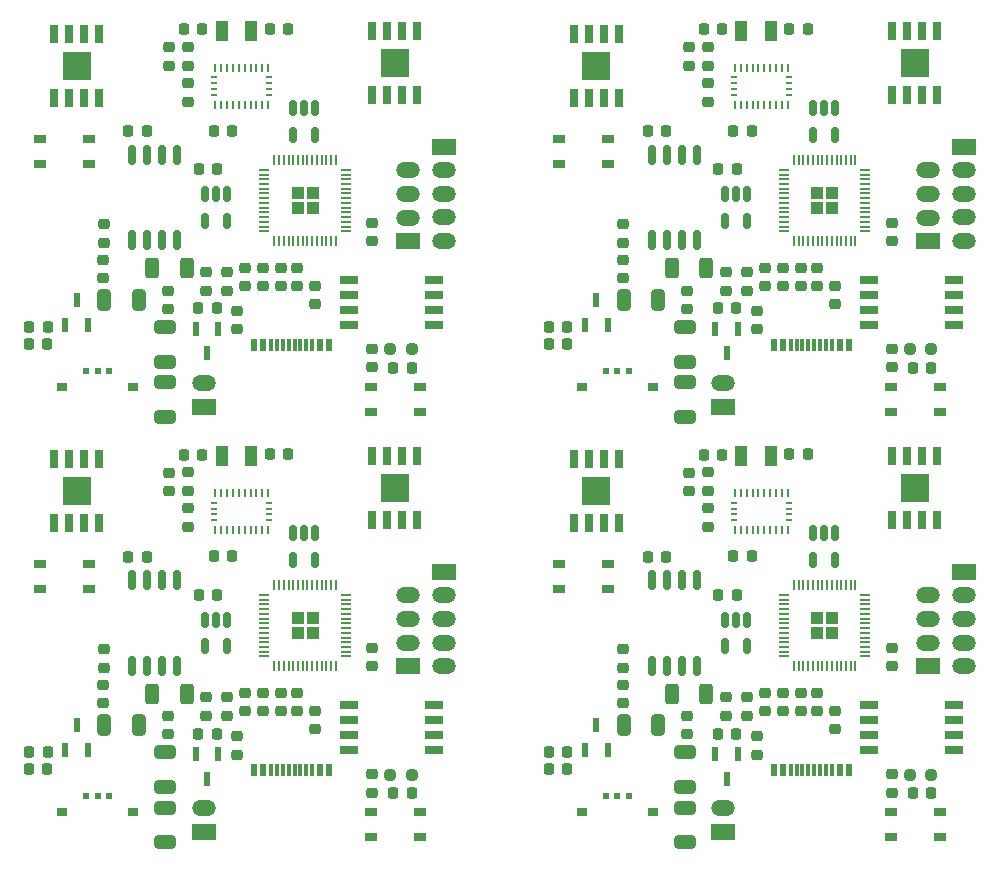
<source format=gbr>
%TF.GenerationSoftware,KiCad,Pcbnew,(6.0.4)*%
%TF.CreationDate,2022-09-20T14:12:37+09:00*%
%TF.ProjectId,mainboard_p_rev2,6d61696e-626f-4617-9264-5f705f726576,rev?*%
%TF.SameCoordinates,Original*%
%TF.FileFunction,Paste,Top*%
%TF.FilePolarity,Positive*%
%FSLAX46Y46*%
G04 Gerber Fmt 4.6, Leading zero omitted, Abs format (unit mm)*
G04 Created by KiCad (PCBNEW (6.0.4)) date 2022-09-20 14:12:37*
%MOMM*%
%LPD*%
G01*
G04 APERTURE LIST*
G04 Aperture macros list*
%AMRoundRect*
0 Rectangle with rounded corners*
0 $1 Rounding radius*
0 $2 $3 $4 $5 $6 $7 $8 $9 X,Y pos of 4 corners*
0 Add a 4 corners polygon primitive as box body*
4,1,4,$2,$3,$4,$5,$6,$7,$8,$9,$2,$3,0*
0 Add four circle primitives for the rounded corners*
1,1,$1+$1,$2,$3*
1,1,$1+$1,$4,$5*
1,1,$1+$1,$6,$7*
1,1,$1+$1,$8,$9*
0 Add four rect primitives between the rounded corners*
20,1,$1+$1,$2,$3,$4,$5,0*
20,1,$1+$1,$4,$5,$6,$7,0*
20,1,$1+$1,$6,$7,$8,$9,0*
20,1,$1+$1,$8,$9,$2,$3,0*%
G04 Aperture macros list end*
%ADD10RoundRect,0.225000X-0.225000X-0.250000X0.225000X-0.250000X0.225000X0.250000X-0.225000X0.250000X0*%
%ADD11RoundRect,0.225000X0.225000X0.250000X-0.225000X0.250000X-0.225000X-0.250000X0.225000X-0.250000X0*%
%ADD12RoundRect,0.225000X0.250000X-0.225000X0.250000X0.225000X-0.250000X0.225000X-0.250000X-0.225000X0*%
%ADD13RoundRect,0.237500X-0.250000X-0.237500X0.250000X-0.237500X0.250000X0.237500X-0.250000X0.237500X0*%
%ADD14RoundRect,0.225000X-0.250000X0.225000X-0.250000X-0.225000X0.250000X-0.225000X0.250000X0.225000X0*%
%ADD15R,1.000000X1.800000*%
%ADD16R,0.600000X1.300000*%
%ADD17RoundRect,0.150000X-0.150000X0.512500X-0.150000X-0.512500X0.150000X-0.512500X0.150000X0.512500X0*%
%ADD18RoundRect,0.250000X0.650000X-0.325000X0.650000X0.325000X-0.650000X0.325000X-0.650000X-0.325000X0*%
%ADD19O,2.000000X1.350000*%
%ADD20R,2.000000X1.350000*%
%ADD21R,0.600000X1.140000*%
%ADD22R,0.300000X1.140000*%
%ADD23R,2.390000X2.390000*%
%ADD24R,0.650000X1.525000*%
%ADD25R,1.050000X0.650000*%
%ADD26R,0.900000X0.700000*%
%ADD27R,0.600000X0.510000*%
%ADD28RoundRect,0.250000X0.325000X0.650000X-0.325000X0.650000X-0.325000X-0.650000X0.325000X-0.650000X0*%
%ADD29RoundRect,0.250000X-0.312500X-0.625000X0.312500X-0.625000X0.312500X0.625000X-0.312500X0.625000X0*%
%ADD30R,1.650000X0.650000*%
%ADD31R,0.250000X0.675000*%
%ADD32R,0.575000X0.250000*%
%ADD33RoundRect,0.050000X0.050000X0.387500X-0.050000X0.387500X-0.050000X-0.387500X0.050000X-0.387500X0*%
%ADD34RoundRect,0.050000X0.387500X0.050000X-0.387500X0.050000X-0.387500X-0.050000X0.387500X-0.050000X0*%
%ADD35RoundRect,0.250000X0.292217X0.292217X-0.292217X0.292217X-0.292217X-0.292217X0.292217X-0.292217X0*%
%ADD36RoundRect,0.150000X-0.150000X0.712500X-0.150000X-0.712500X0.150000X-0.712500X0.150000X0.712500X0*%
G04 APERTURE END LIST*
D10*
%TO.C,C118*%
X192946200Y-97131200D03*
X191396200Y-97131200D03*
%TD*%
D11*
%TO.C,R82*%
X179432800Y-105818000D03*
X180982800Y-105818000D03*
%TD*%
D12*
%TO.C,D8*%
X200045200Y-113552000D03*
X200045200Y-115102000D03*
%TD*%
D11*
%TO.C,R78*%
X185351000Y-120804000D03*
X186901000Y-120804000D03*
%TD*%
D13*
%TO.C,R72*%
X203419600Y-124283800D03*
X201594600Y-124283800D03*
%TD*%
D14*
%TO.C,C91*%
X195270000Y-120436000D03*
X195270000Y-118886000D03*
%TD*%
D12*
%TO.C,R74*%
X193725700Y-117375000D03*
X193725700Y-118925000D03*
%TD*%
D11*
%TO.C,C100*%
X185389400Y-109043800D03*
X186939400Y-109043800D03*
%TD*%
D15*
%TO.C,Y8*%
X187335310Y-97296208D03*
X189835310Y-97296208D03*
%TD*%
D16*
%TO.C,Q11*%
X186075200Y-124622600D03*
X185125200Y-122522600D03*
X187025200Y-122522600D03*
%TD*%
D14*
%TO.C,R80*%
X184475000Y-103291000D03*
X184475000Y-101741000D03*
%TD*%
%TO.C,C104*%
X200096000Y-125795400D03*
X200096000Y-124245400D03*
%TD*%
%TO.C,C97*%
X189301000Y-118899000D03*
X189301000Y-117349000D03*
%TD*%
%TO.C,R91*%
X187777000Y-119293000D03*
X187777000Y-117743000D03*
%TD*%
D17*
%TO.C,Y7*%
X195270000Y-106109800D03*
X193370000Y-106109800D03*
X193370000Y-103834800D03*
X194320000Y-103834800D03*
X195270000Y-103834800D03*
%TD*%
D18*
%TO.C,C115*%
X182519200Y-122402400D03*
X182519200Y-125352400D03*
%TD*%
D16*
%TO.C,Q10*%
X175054200Y-120077000D03*
X176004200Y-122177000D03*
X174104200Y-122177000D03*
%TD*%
D14*
%TO.C,R84*%
X177337600Y-115229000D03*
X177337600Y-113679000D03*
%TD*%
D19*
%TO.C,J31*%
X206192000Y-115101200D03*
X206192000Y-113101200D03*
X206192000Y-111101200D03*
X206192000Y-109101200D03*
D20*
X206192000Y-107101200D03*
%TD*%
D12*
%TO.C,C120*%
X184475000Y-98693000D03*
X184475000Y-100243000D03*
%TD*%
D21*
%TO.C,U14*%
X196450000Y-123900000D03*
X195650000Y-123900000D03*
D22*
X195000000Y-123900000D03*
X194500000Y-123900000D03*
X194000000Y-123900000D03*
X193500000Y-123900000D03*
X193000000Y-123900000D03*
X192500000Y-123900000D03*
X192000000Y-123900000D03*
X191500000Y-123900000D03*
D21*
X190850000Y-123900000D03*
X190050000Y-123900000D03*
%TD*%
D23*
%TO.C,IC16*%
X175051600Y-100255400D03*
D24*
X173146600Y-97543400D03*
X174416600Y-97543400D03*
X175686600Y-97543400D03*
X176956600Y-97543400D03*
X176956600Y-102967400D03*
X175686600Y-102967400D03*
X174416600Y-102967400D03*
X173146600Y-102967400D03*
%TD*%
D18*
%TO.C,C114*%
X182544600Y-127076000D03*
X182544600Y-130026000D03*
%TD*%
D25*
%TO.C,S7*%
X204152200Y-129600600D03*
X200002200Y-129600600D03*
X204152200Y-127450600D03*
X200002200Y-127450600D03*
%TD*%
D26*
%TO.C,SW4*%
X179829600Y-127486600D03*
X173829600Y-127486600D03*
D27*
X176829600Y-126131600D03*
X177829600Y-126131600D03*
X175829600Y-126131600D03*
%TD*%
D12*
%TO.C,C102*%
X182900200Y-98718400D03*
X182900200Y-100268400D03*
%TD*%
D11*
%TO.C,C119*%
X184131800Y-97182000D03*
X185681800Y-97182000D03*
%TD*%
D17*
%TO.C,U15*%
X187812600Y-113432500D03*
X185912600Y-113432500D03*
X185912600Y-111157500D03*
X186862600Y-111157500D03*
X187812600Y-111157500D03*
%TD*%
D28*
%TO.C,C111*%
X177361200Y-120118200D03*
X180311200Y-120118200D03*
%TD*%
D19*
%TO.C,J30*%
X203144000Y-109114400D03*
X203144000Y-111114400D03*
X203144000Y-113114400D03*
D20*
X203144000Y-115114400D03*
%TD*%
D10*
%TO.C,C117*%
X188196400Y-105792600D03*
X186646400Y-105792600D03*
%TD*%
D14*
%TO.C,R83*%
X177312200Y-118226200D03*
X177312200Y-116676200D03*
%TD*%
D11*
%TO.C,R71*%
X201861000Y-125833200D03*
X203411000Y-125833200D03*
%TD*%
D12*
%TO.C,R75*%
X192349000Y-117375000D03*
X192349000Y-118925000D03*
%TD*%
D29*
%TO.C,R79*%
X184362700Y-117425800D03*
X181437700Y-117425800D03*
%TD*%
D10*
%TO.C,R70*%
X172575400Y-123801200D03*
X171025400Y-123801200D03*
%TD*%
D23*
%TO.C,IC15*%
X202000000Y-100001400D03*
D24*
X200095000Y-97289400D03*
X201365000Y-97289400D03*
X202635000Y-97289400D03*
X203905000Y-97289400D03*
X203905000Y-102713400D03*
X202635000Y-102713400D03*
X201365000Y-102713400D03*
X200095000Y-102713400D03*
%TD*%
D19*
%TO.C,J26*%
X185795800Y-127135200D03*
D20*
X185795800Y-129135200D03*
%TD*%
D25*
%TO.C,S8*%
X176075000Y-108575000D03*
X171925000Y-108575000D03*
X176075000Y-106425000D03*
X171925000Y-106425000D03*
%TD*%
D30*
%TO.C,IC13*%
X198096200Y-122201000D03*
X198096200Y-120931000D03*
X198096200Y-119661000D03*
X198096200Y-118391000D03*
X205296200Y-118391000D03*
X205296200Y-119661000D03*
X205296200Y-120931000D03*
X205296200Y-122201000D03*
%TD*%
D10*
%TO.C,R73*%
X172587800Y-122353400D03*
X171037800Y-122353400D03*
%TD*%
D14*
%TO.C,C94*%
X190825000Y-118912000D03*
X190825000Y-117362000D03*
%TD*%
D31*
%TO.C,AC4*%
X187271600Y-100439400D03*
X187771600Y-100439400D03*
X188271600Y-100439400D03*
X188771600Y-100439400D03*
X189271600Y-100439400D03*
X189771600Y-100439400D03*
X190271600Y-100439400D03*
X190771600Y-100439400D03*
X191271600Y-100439400D03*
D32*
X191334600Y-101252400D03*
X191334600Y-101752400D03*
X191334600Y-102252400D03*
X191334600Y-102752400D03*
D31*
X191271600Y-103565400D03*
X190771600Y-103565400D03*
X190271600Y-103565400D03*
X189771600Y-103565400D03*
X189271600Y-103565400D03*
X188771600Y-103565400D03*
X188271600Y-103565400D03*
X187771600Y-103565400D03*
X187271600Y-103565400D03*
X186771600Y-103565400D03*
D32*
X186708600Y-102752400D03*
X186708600Y-102252400D03*
X186708600Y-101752400D03*
X186708600Y-101252400D03*
D31*
X186771600Y-100439400D03*
%TD*%
D33*
%TO.C,U13*%
X196987600Y-115114400D03*
X196587600Y-115114400D03*
X196187600Y-115114400D03*
X195787600Y-115114400D03*
X195387600Y-115114400D03*
X194987600Y-115114400D03*
X194587600Y-115114400D03*
X194187600Y-115114400D03*
X193787600Y-115114400D03*
X193387600Y-115114400D03*
X192987600Y-115114400D03*
X192587600Y-115114400D03*
X192187600Y-115114400D03*
X191787600Y-115114400D03*
D34*
X190950100Y-114276900D03*
X190950100Y-113876900D03*
X190950100Y-113476900D03*
X190950100Y-113076900D03*
X190950100Y-112676900D03*
X190950100Y-112276900D03*
X190950100Y-111876900D03*
X190950100Y-111476900D03*
X190950100Y-111076900D03*
X190950100Y-110676900D03*
X190950100Y-110276900D03*
X190950100Y-109876900D03*
X190950100Y-109476900D03*
X190950100Y-109076900D03*
D33*
X191787600Y-108239400D03*
X192187600Y-108239400D03*
X192587600Y-108239400D03*
X192987600Y-108239400D03*
X193387600Y-108239400D03*
X193787600Y-108239400D03*
X194187600Y-108239400D03*
X194587600Y-108239400D03*
X194987600Y-108239400D03*
X195387600Y-108239400D03*
X195787600Y-108239400D03*
X196187600Y-108239400D03*
X196587600Y-108239400D03*
X196987600Y-108239400D03*
D34*
X197825100Y-109076900D03*
X197825100Y-109476900D03*
X197825100Y-109876900D03*
X197825100Y-110276900D03*
X197825100Y-110676900D03*
X197825100Y-111076900D03*
X197825100Y-111476900D03*
X197825100Y-111876900D03*
X197825100Y-112276900D03*
X197825100Y-112676900D03*
X197825100Y-113076900D03*
X197825100Y-113476900D03*
X197825100Y-113876900D03*
X197825100Y-114276900D03*
D35*
X195025100Y-112314400D03*
X193750100Y-111039400D03*
X193750100Y-112314400D03*
X195025100Y-111039400D03*
%TD*%
D36*
%TO.C,U16*%
X183535200Y-115043900D03*
X182265200Y-115043900D03*
X180995200Y-115043900D03*
X179725200Y-115043900D03*
X179725200Y-107818900D03*
X180995200Y-107818900D03*
X182265200Y-107818900D03*
X183535200Y-107818900D03*
%TD*%
D14*
%TO.C,R77*%
X185999000Y-119293000D03*
X185999000Y-117743000D03*
%TD*%
%TO.C,C106*%
X182747800Y-120867800D03*
X182747800Y-119317800D03*
%TD*%
%TO.C,R92*%
X188666000Y-122582000D03*
X188666000Y-121032000D03*
%TD*%
D10*
%TO.C,C88*%
X148946200Y-97131200D03*
X147396200Y-97131200D03*
%TD*%
D11*
%TO.C,R59*%
X135432800Y-105818000D03*
X136982800Y-105818000D03*
%TD*%
D12*
%TO.C,D6*%
X156045200Y-113552000D03*
X156045200Y-115102000D03*
%TD*%
D11*
%TO.C,R55*%
X141351000Y-120804000D03*
X142901000Y-120804000D03*
%TD*%
D13*
%TO.C,R49*%
X159419600Y-124283800D03*
X157594600Y-124283800D03*
%TD*%
D14*
%TO.C,C61*%
X151270000Y-120436000D03*
X151270000Y-118886000D03*
%TD*%
D12*
%TO.C,R51*%
X149725700Y-117375000D03*
X149725700Y-118925000D03*
%TD*%
D11*
%TO.C,C70*%
X141389400Y-109043800D03*
X142939400Y-109043800D03*
%TD*%
D15*
%TO.C,Y6*%
X143335310Y-97296208D03*
X145835310Y-97296208D03*
%TD*%
D16*
%TO.C,Q6*%
X142075200Y-124622600D03*
X141125200Y-122522600D03*
X143025200Y-122522600D03*
%TD*%
D14*
%TO.C,R57*%
X140475000Y-103291000D03*
X140475000Y-101741000D03*
%TD*%
%TO.C,C74*%
X156096000Y-125795400D03*
X156096000Y-124245400D03*
%TD*%
%TO.C,C67*%
X145301000Y-118899000D03*
X145301000Y-117349000D03*
%TD*%
%TO.C,R68*%
X143777000Y-119293000D03*
X143777000Y-117743000D03*
%TD*%
D17*
%TO.C,Y5*%
X151270000Y-106109800D03*
X149370000Y-106109800D03*
X149370000Y-103834800D03*
X150320000Y-103834800D03*
X151270000Y-103834800D03*
%TD*%
D18*
%TO.C,C85*%
X138519200Y-122402400D03*
X138519200Y-125352400D03*
%TD*%
D16*
%TO.C,Q5*%
X131054200Y-120077000D03*
X132004200Y-122177000D03*
X130104200Y-122177000D03*
%TD*%
D14*
%TO.C,R61*%
X133337600Y-115229000D03*
X133337600Y-113679000D03*
%TD*%
D19*
%TO.C,J23*%
X162192000Y-115101200D03*
X162192000Y-113101200D03*
X162192000Y-111101200D03*
X162192000Y-109101200D03*
D20*
X162192000Y-107101200D03*
%TD*%
D12*
%TO.C,C90*%
X140475000Y-98693000D03*
X140475000Y-100243000D03*
%TD*%
D21*
%TO.C,U10*%
X152450000Y-123900000D03*
X151650000Y-123900000D03*
D22*
X151000000Y-123900000D03*
X150500000Y-123900000D03*
X150000000Y-123900000D03*
X149500000Y-123900000D03*
X149000000Y-123900000D03*
X148500000Y-123900000D03*
X148000000Y-123900000D03*
X147500000Y-123900000D03*
D21*
X146850000Y-123900000D03*
X146050000Y-123900000D03*
%TD*%
D23*
%TO.C,IC12*%
X131051600Y-100255400D03*
D24*
X129146600Y-97543400D03*
X130416600Y-97543400D03*
X131686600Y-97543400D03*
X132956600Y-97543400D03*
X132956600Y-102967400D03*
X131686600Y-102967400D03*
X130416600Y-102967400D03*
X129146600Y-102967400D03*
%TD*%
D18*
%TO.C,C84*%
X138544600Y-127076000D03*
X138544600Y-130026000D03*
%TD*%
D25*
%TO.C,S5*%
X160152200Y-129600600D03*
X156002200Y-129600600D03*
X160152200Y-127450600D03*
X156002200Y-127450600D03*
%TD*%
D26*
%TO.C,SW3*%
X135829600Y-127486600D03*
X129829600Y-127486600D03*
D27*
X132829600Y-126131600D03*
X133829600Y-126131600D03*
X131829600Y-126131600D03*
%TD*%
D12*
%TO.C,C72*%
X138900200Y-98718400D03*
X138900200Y-100268400D03*
%TD*%
D11*
%TO.C,C89*%
X140131800Y-97182000D03*
X141681800Y-97182000D03*
%TD*%
D17*
%TO.C,U11*%
X143812600Y-113432500D03*
X141912600Y-113432500D03*
X141912600Y-111157500D03*
X142862600Y-111157500D03*
X143812600Y-111157500D03*
%TD*%
D28*
%TO.C,C81*%
X133361200Y-120118200D03*
X136311200Y-120118200D03*
%TD*%
D19*
%TO.C,J22*%
X159144000Y-109114400D03*
X159144000Y-111114400D03*
X159144000Y-113114400D03*
D20*
X159144000Y-115114400D03*
%TD*%
D10*
%TO.C,C87*%
X144196400Y-105792600D03*
X142646400Y-105792600D03*
%TD*%
D14*
%TO.C,R60*%
X133312200Y-118226200D03*
X133312200Y-116676200D03*
%TD*%
D11*
%TO.C,R48*%
X157861000Y-125833200D03*
X159411000Y-125833200D03*
%TD*%
D12*
%TO.C,R52*%
X148349000Y-117375000D03*
X148349000Y-118925000D03*
%TD*%
D29*
%TO.C,R56*%
X140362700Y-117425800D03*
X137437700Y-117425800D03*
%TD*%
D10*
%TO.C,R47*%
X128575400Y-123801200D03*
X127025400Y-123801200D03*
%TD*%
D23*
%TO.C,IC11*%
X158000000Y-100001400D03*
D24*
X156095000Y-97289400D03*
X157365000Y-97289400D03*
X158635000Y-97289400D03*
X159905000Y-97289400D03*
X159905000Y-102713400D03*
X158635000Y-102713400D03*
X157365000Y-102713400D03*
X156095000Y-102713400D03*
%TD*%
D19*
%TO.C,J18*%
X141795800Y-127135200D03*
D20*
X141795800Y-129135200D03*
%TD*%
D25*
%TO.C,S6*%
X132075000Y-108575000D03*
X127925000Y-108575000D03*
X132075000Y-106425000D03*
X127925000Y-106425000D03*
%TD*%
D30*
%TO.C,IC5*%
X154096200Y-122201000D03*
X154096200Y-120931000D03*
X154096200Y-119661000D03*
X154096200Y-118391000D03*
X161296200Y-118391000D03*
X161296200Y-119661000D03*
X161296200Y-120931000D03*
X161296200Y-122201000D03*
%TD*%
D10*
%TO.C,R50*%
X128587800Y-122353400D03*
X127037800Y-122353400D03*
%TD*%
D14*
%TO.C,C64*%
X146825000Y-118912000D03*
X146825000Y-117362000D03*
%TD*%
D31*
%TO.C,AC3*%
X143271600Y-100439400D03*
X143771600Y-100439400D03*
X144271600Y-100439400D03*
X144771600Y-100439400D03*
X145271600Y-100439400D03*
X145771600Y-100439400D03*
X146271600Y-100439400D03*
X146771600Y-100439400D03*
X147271600Y-100439400D03*
D32*
X147334600Y-101252400D03*
X147334600Y-101752400D03*
X147334600Y-102252400D03*
X147334600Y-102752400D03*
D31*
X147271600Y-103565400D03*
X146771600Y-103565400D03*
X146271600Y-103565400D03*
X145771600Y-103565400D03*
X145271600Y-103565400D03*
X144771600Y-103565400D03*
X144271600Y-103565400D03*
X143771600Y-103565400D03*
X143271600Y-103565400D03*
X142771600Y-103565400D03*
D32*
X142708600Y-102752400D03*
X142708600Y-102252400D03*
X142708600Y-101752400D03*
X142708600Y-101252400D03*
D31*
X142771600Y-100439400D03*
%TD*%
D33*
%TO.C,U3*%
X152987600Y-115114400D03*
X152587600Y-115114400D03*
X152187600Y-115114400D03*
X151787600Y-115114400D03*
X151387600Y-115114400D03*
X150987600Y-115114400D03*
X150587600Y-115114400D03*
X150187600Y-115114400D03*
X149787600Y-115114400D03*
X149387600Y-115114400D03*
X148987600Y-115114400D03*
X148587600Y-115114400D03*
X148187600Y-115114400D03*
X147787600Y-115114400D03*
D34*
X146950100Y-114276900D03*
X146950100Y-113876900D03*
X146950100Y-113476900D03*
X146950100Y-113076900D03*
X146950100Y-112676900D03*
X146950100Y-112276900D03*
X146950100Y-111876900D03*
X146950100Y-111476900D03*
X146950100Y-111076900D03*
X146950100Y-110676900D03*
X146950100Y-110276900D03*
X146950100Y-109876900D03*
X146950100Y-109476900D03*
X146950100Y-109076900D03*
D33*
X147787600Y-108239400D03*
X148187600Y-108239400D03*
X148587600Y-108239400D03*
X148987600Y-108239400D03*
X149387600Y-108239400D03*
X149787600Y-108239400D03*
X150187600Y-108239400D03*
X150587600Y-108239400D03*
X150987600Y-108239400D03*
X151387600Y-108239400D03*
X151787600Y-108239400D03*
X152187600Y-108239400D03*
X152587600Y-108239400D03*
X152987600Y-108239400D03*
D34*
X153825100Y-109076900D03*
X153825100Y-109476900D03*
X153825100Y-109876900D03*
X153825100Y-110276900D03*
X153825100Y-110676900D03*
X153825100Y-111076900D03*
X153825100Y-111476900D03*
X153825100Y-111876900D03*
X153825100Y-112276900D03*
X153825100Y-112676900D03*
X153825100Y-113076900D03*
X153825100Y-113476900D03*
X153825100Y-113876900D03*
X153825100Y-114276900D03*
D35*
X151025100Y-112314400D03*
X149750100Y-111039400D03*
X149750100Y-112314400D03*
X151025100Y-111039400D03*
%TD*%
D36*
%TO.C,U12*%
X139535200Y-115043900D03*
X138265200Y-115043900D03*
X136995200Y-115043900D03*
X135725200Y-115043900D03*
X135725200Y-107818900D03*
X136995200Y-107818900D03*
X138265200Y-107818900D03*
X139535200Y-107818900D03*
%TD*%
D14*
%TO.C,R54*%
X141999000Y-119293000D03*
X141999000Y-117743000D03*
%TD*%
%TO.C,C76*%
X138747800Y-120867800D03*
X138747800Y-119317800D03*
%TD*%
%TO.C,R69*%
X144666000Y-122582000D03*
X144666000Y-121032000D03*
%TD*%
D10*
%TO.C,C58*%
X192946200Y-61131200D03*
X191396200Y-61131200D03*
%TD*%
D11*
%TO.C,R36*%
X179432800Y-69818000D03*
X180982800Y-69818000D03*
%TD*%
D12*
%TO.C,D4*%
X200045200Y-77552000D03*
X200045200Y-79102000D03*
%TD*%
D11*
%TO.C,R32*%
X185351000Y-84804000D03*
X186901000Y-84804000D03*
%TD*%
D13*
%TO.C,R26*%
X203419600Y-88283800D03*
X201594600Y-88283800D03*
%TD*%
D14*
%TO.C,C24*%
X195270000Y-84436000D03*
X195270000Y-82886000D03*
%TD*%
D12*
%TO.C,R28*%
X193725700Y-81375000D03*
X193725700Y-82925000D03*
%TD*%
D11*
%TO.C,C40*%
X185389400Y-73043800D03*
X186939400Y-73043800D03*
%TD*%
D15*
%TO.C,Y4*%
X187335310Y-61296208D03*
X189835310Y-61296208D03*
%TD*%
D16*
%TO.C,Q4*%
X186075200Y-88622600D03*
X185125200Y-86522600D03*
X187025200Y-86522600D03*
%TD*%
D14*
%TO.C,R34*%
X184475000Y-67291000D03*
X184475000Y-65741000D03*
%TD*%
%TO.C,C44*%
X200096000Y-89795400D03*
X200096000Y-88245400D03*
%TD*%
%TO.C,C32*%
X189301000Y-82899000D03*
X189301000Y-81349000D03*
%TD*%
%TO.C,R45*%
X187777000Y-83293000D03*
X187777000Y-81743000D03*
%TD*%
D17*
%TO.C,Y3*%
X195270000Y-70109800D03*
X193370000Y-70109800D03*
X193370000Y-67834800D03*
X194320000Y-67834800D03*
X195270000Y-67834800D03*
%TD*%
D18*
%TO.C,C55*%
X182519200Y-86402400D03*
X182519200Y-89352400D03*
%TD*%
D16*
%TO.C,Q3*%
X175054200Y-84077000D03*
X176004200Y-86177000D03*
X174104200Y-86177000D03*
%TD*%
D14*
%TO.C,R38*%
X177337600Y-79229000D03*
X177337600Y-77679000D03*
%TD*%
D19*
%TO.C,J15*%
X206192000Y-79101200D03*
X206192000Y-77101200D03*
X206192000Y-75101200D03*
X206192000Y-73101200D03*
D20*
X206192000Y-71101200D03*
%TD*%
D12*
%TO.C,C60*%
X184475000Y-62693000D03*
X184475000Y-64243000D03*
%TD*%
D21*
%TO.C,U7*%
X196450000Y-87900000D03*
X195650000Y-87900000D03*
D22*
X195000000Y-87900000D03*
X194500000Y-87900000D03*
X194000000Y-87900000D03*
X193500000Y-87900000D03*
X193000000Y-87900000D03*
X192500000Y-87900000D03*
X192000000Y-87900000D03*
X191500000Y-87900000D03*
D21*
X190850000Y-87900000D03*
X190050000Y-87900000D03*
%TD*%
D23*
%TO.C,IC10*%
X175051600Y-64255400D03*
D24*
X173146600Y-61543400D03*
X174416600Y-61543400D03*
X175686600Y-61543400D03*
X176956600Y-61543400D03*
X176956600Y-66967400D03*
X175686600Y-66967400D03*
X174416600Y-66967400D03*
X173146600Y-66967400D03*
%TD*%
D18*
%TO.C,C54*%
X182544600Y-91076000D03*
X182544600Y-94026000D03*
%TD*%
D25*
%TO.C,S3*%
X204152200Y-93600600D03*
X200002200Y-93600600D03*
X204152200Y-91450600D03*
X200002200Y-91450600D03*
%TD*%
D26*
%TO.C,SW2*%
X179829600Y-91486600D03*
X173829600Y-91486600D03*
D27*
X176829600Y-90131600D03*
X177829600Y-90131600D03*
X175829600Y-90131600D03*
%TD*%
D12*
%TO.C,C42*%
X182900200Y-62718400D03*
X182900200Y-64268400D03*
%TD*%
D11*
%TO.C,C59*%
X184131800Y-61182000D03*
X185681800Y-61182000D03*
%TD*%
D17*
%TO.C,U8*%
X187812600Y-77432500D03*
X185912600Y-77432500D03*
X185912600Y-75157500D03*
X186862600Y-75157500D03*
X187812600Y-75157500D03*
%TD*%
D28*
%TO.C,C51*%
X177361200Y-84118200D03*
X180311200Y-84118200D03*
%TD*%
D19*
%TO.C,J14*%
X203144000Y-73114400D03*
X203144000Y-75114400D03*
X203144000Y-77114400D03*
D20*
X203144000Y-79114400D03*
%TD*%
D10*
%TO.C,C57*%
X188196400Y-69792600D03*
X186646400Y-69792600D03*
%TD*%
D14*
%TO.C,R37*%
X177312200Y-82226200D03*
X177312200Y-80676200D03*
%TD*%
D11*
%TO.C,R25*%
X201861000Y-89833200D03*
X203411000Y-89833200D03*
%TD*%
D12*
%TO.C,R29*%
X192349000Y-81375000D03*
X192349000Y-82925000D03*
%TD*%
D29*
%TO.C,R33*%
X184362700Y-81425800D03*
X181437700Y-81425800D03*
%TD*%
D10*
%TO.C,R24*%
X172575400Y-87801200D03*
X171025400Y-87801200D03*
%TD*%
D23*
%TO.C,IC9*%
X202000000Y-64001400D03*
D24*
X200095000Y-61289400D03*
X201365000Y-61289400D03*
X202635000Y-61289400D03*
X203905000Y-61289400D03*
X203905000Y-66713400D03*
X202635000Y-66713400D03*
X201365000Y-66713400D03*
X200095000Y-66713400D03*
%TD*%
D19*
%TO.C,J8*%
X185795800Y-91135200D03*
D20*
X185795800Y-93135200D03*
%TD*%
D25*
%TO.C,S4*%
X176075000Y-72575000D03*
X171925000Y-72575000D03*
X176075000Y-70425000D03*
X171925000Y-70425000D03*
%TD*%
D30*
%TO.C,IC3*%
X198096200Y-86201000D03*
X198096200Y-84931000D03*
X198096200Y-83661000D03*
X198096200Y-82391000D03*
X205296200Y-82391000D03*
X205296200Y-83661000D03*
X205296200Y-84931000D03*
X205296200Y-86201000D03*
%TD*%
D10*
%TO.C,R27*%
X172587800Y-86353400D03*
X171037800Y-86353400D03*
%TD*%
D14*
%TO.C,C28*%
X190825000Y-82912000D03*
X190825000Y-81362000D03*
%TD*%
D31*
%TO.C,AC2*%
X187271600Y-64439400D03*
X187771600Y-64439400D03*
X188271600Y-64439400D03*
X188771600Y-64439400D03*
X189271600Y-64439400D03*
X189771600Y-64439400D03*
X190271600Y-64439400D03*
X190771600Y-64439400D03*
X191271600Y-64439400D03*
D32*
X191334600Y-65252400D03*
X191334600Y-65752400D03*
X191334600Y-66252400D03*
X191334600Y-66752400D03*
D31*
X191271600Y-67565400D03*
X190771600Y-67565400D03*
X190271600Y-67565400D03*
X189771600Y-67565400D03*
X189271600Y-67565400D03*
X188771600Y-67565400D03*
X188271600Y-67565400D03*
X187771600Y-67565400D03*
X187271600Y-67565400D03*
X186771600Y-67565400D03*
D32*
X186708600Y-66752400D03*
X186708600Y-66252400D03*
X186708600Y-65752400D03*
X186708600Y-65252400D03*
D31*
X186771600Y-64439400D03*
%TD*%
D33*
%TO.C,U2*%
X196987600Y-79114400D03*
X196587600Y-79114400D03*
X196187600Y-79114400D03*
X195787600Y-79114400D03*
X195387600Y-79114400D03*
X194987600Y-79114400D03*
X194587600Y-79114400D03*
X194187600Y-79114400D03*
X193787600Y-79114400D03*
X193387600Y-79114400D03*
X192987600Y-79114400D03*
X192587600Y-79114400D03*
X192187600Y-79114400D03*
X191787600Y-79114400D03*
D34*
X190950100Y-78276900D03*
X190950100Y-77876900D03*
X190950100Y-77476900D03*
X190950100Y-77076900D03*
X190950100Y-76676900D03*
X190950100Y-76276900D03*
X190950100Y-75876900D03*
X190950100Y-75476900D03*
X190950100Y-75076900D03*
X190950100Y-74676900D03*
X190950100Y-74276900D03*
X190950100Y-73876900D03*
X190950100Y-73476900D03*
X190950100Y-73076900D03*
D33*
X191787600Y-72239400D03*
X192187600Y-72239400D03*
X192587600Y-72239400D03*
X192987600Y-72239400D03*
X193387600Y-72239400D03*
X193787600Y-72239400D03*
X194187600Y-72239400D03*
X194587600Y-72239400D03*
X194987600Y-72239400D03*
X195387600Y-72239400D03*
X195787600Y-72239400D03*
X196187600Y-72239400D03*
X196587600Y-72239400D03*
X196987600Y-72239400D03*
D34*
X197825100Y-73076900D03*
X197825100Y-73476900D03*
X197825100Y-73876900D03*
X197825100Y-74276900D03*
X197825100Y-74676900D03*
X197825100Y-75076900D03*
X197825100Y-75476900D03*
X197825100Y-75876900D03*
X197825100Y-76276900D03*
X197825100Y-76676900D03*
X197825100Y-77076900D03*
X197825100Y-77476900D03*
X197825100Y-77876900D03*
X197825100Y-78276900D03*
D35*
X195025100Y-76314400D03*
X193750100Y-75039400D03*
X193750100Y-76314400D03*
X195025100Y-75039400D03*
%TD*%
D36*
%TO.C,U9*%
X183535200Y-79043900D03*
X182265200Y-79043900D03*
X180995200Y-79043900D03*
X179725200Y-79043900D03*
X179725200Y-71818900D03*
X180995200Y-71818900D03*
X182265200Y-71818900D03*
X183535200Y-71818900D03*
%TD*%
D14*
%TO.C,R31*%
X185999000Y-83293000D03*
X185999000Y-81743000D03*
%TD*%
%TO.C,C46*%
X182747800Y-84867800D03*
X182747800Y-83317800D03*
%TD*%
%TO.C,R46*%
X188666000Y-86582000D03*
X188666000Y-85032000D03*
%TD*%
D23*
%TO.C,IC7*%
X158000000Y-64001400D03*
D24*
X156095000Y-61289400D03*
X157365000Y-61289400D03*
X158635000Y-61289400D03*
X159905000Y-61289400D03*
X159905000Y-66713400D03*
X158635000Y-66713400D03*
X157365000Y-66713400D03*
X156095000Y-66713400D03*
%TD*%
D30*
%TO.C,IC1*%
X154096200Y-86201000D03*
X154096200Y-84931000D03*
X154096200Y-83661000D03*
X154096200Y-82391000D03*
X161296200Y-82391000D03*
X161296200Y-83661000D03*
X161296200Y-84931000D03*
X161296200Y-86201000D03*
%TD*%
D25*
%TO.C,S2*%
X132075000Y-72575000D03*
X127925000Y-72575000D03*
X132075000Y-70425000D03*
X127925000Y-70425000D03*
%TD*%
D14*
%TO.C,R23*%
X144666000Y-86582000D03*
X144666000Y-85032000D03*
%TD*%
D12*
%TO.C,R6*%
X148349000Y-81375000D03*
X148349000Y-82925000D03*
%TD*%
D10*
%TO.C,R4*%
X128587800Y-86353400D03*
X127037800Y-86353400D03*
%TD*%
D14*
%TO.C,C16*%
X138747800Y-84867800D03*
X138747800Y-83317800D03*
%TD*%
D19*
%TO.C,J3*%
X141795800Y-91135200D03*
D20*
X141795800Y-93135200D03*
%TD*%
D29*
%TO.C,R10*%
X140362700Y-81425800D03*
X137437700Y-81425800D03*
%TD*%
D10*
%TO.C,R1*%
X128575400Y-87801200D03*
X127025400Y-87801200D03*
%TD*%
D36*
%TO.C,U6*%
X139535200Y-79043900D03*
X138265200Y-79043900D03*
X136995200Y-79043900D03*
X135725200Y-79043900D03*
X135725200Y-71818900D03*
X136995200Y-71818900D03*
X138265200Y-71818900D03*
X139535200Y-71818900D03*
%TD*%
D14*
%TO.C,R8*%
X141999000Y-83293000D03*
X141999000Y-81743000D03*
%TD*%
D33*
%TO.C,U1*%
X152987600Y-79114400D03*
X152587600Y-79114400D03*
X152187600Y-79114400D03*
X151787600Y-79114400D03*
X151387600Y-79114400D03*
X150987600Y-79114400D03*
X150587600Y-79114400D03*
X150187600Y-79114400D03*
X149787600Y-79114400D03*
X149387600Y-79114400D03*
X148987600Y-79114400D03*
X148587600Y-79114400D03*
X148187600Y-79114400D03*
X147787600Y-79114400D03*
D34*
X146950100Y-78276900D03*
X146950100Y-77876900D03*
X146950100Y-77476900D03*
X146950100Y-77076900D03*
X146950100Y-76676900D03*
X146950100Y-76276900D03*
X146950100Y-75876900D03*
X146950100Y-75476900D03*
X146950100Y-75076900D03*
X146950100Y-74676900D03*
X146950100Y-74276900D03*
X146950100Y-73876900D03*
X146950100Y-73476900D03*
X146950100Y-73076900D03*
D33*
X147787600Y-72239400D03*
X148187600Y-72239400D03*
X148587600Y-72239400D03*
X148987600Y-72239400D03*
X149387600Y-72239400D03*
X149787600Y-72239400D03*
X150187600Y-72239400D03*
X150587600Y-72239400D03*
X150987600Y-72239400D03*
X151387600Y-72239400D03*
X151787600Y-72239400D03*
X152187600Y-72239400D03*
X152587600Y-72239400D03*
X152987600Y-72239400D03*
D34*
X153825100Y-73076900D03*
X153825100Y-73476900D03*
X153825100Y-73876900D03*
X153825100Y-74276900D03*
X153825100Y-74676900D03*
X153825100Y-75076900D03*
X153825100Y-75476900D03*
X153825100Y-75876900D03*
X153825100Y-76276900D03*
X153825100Y-76676900D03*
X153825100Y-77076900D03*
X153825100Y-77476900D03*
X153825100Y-77876900D03*
X153825100Y-78276900D03*
D35*
X151025100Y-76314400D03*
X149750100Y-75039400D03*
X149750100Y-76314400D03*
X151025100Y-75039400D03*
%TD*%
D31*
%TO.C,AC1*%
X143271600Y-64439400D03*
X143771600Y-64439400D03*
X144271600Y-64439400D03*
X144771600Y-64439400D03*
X145271600Y-64439400D03*
X145771600Y-64439400D03*
X146271600Y-64439400D03*
X146771600Y-64439400D03*
X147271600Y-64439400D03*
D32*
X147334600Y-65252400D03*
X147334600Y-65752400D03*
X147334600Y-66252400D03*
X147334600Y-66752400D03*
D31*
X147271600Y-67565400D03*
X146771600Y-67565400D03*
X146271600Y-67565400D03*
X145771600Y-67565400D03*
X145271600Y-67565400D03*
X144771600Y-67565400D03*
X144271600Y-67565400D03*
X143771600Y-67565400D03*
X143271600Y-67565400D03*
X142771600Y-67565400D03*
D32*
X142708600Y-66752400D03*
X142708600Y-66252400D03*
X142708600Y-65752400D03*
X142708600Y-65252400D03*
D31*
X142771600Y-64439400D03*
%TD*%
D14*
%TO.C,C4*%
X146825000Y-82912000D03*
X146825000Y-81362000D03*
%TD*%
D11*
%TO.C,C36*%
X140131800Y-61182000D03*
X141681800Y-61182000D03*
%TD*%
D25*
%TO.C,S1*%
X160152200Y-93600600D03*
X156002200Y-93600600D03*
X160152200Y-91450600D03*
X156002200Y-91450600D03*
%TD*%
D14*
%TO.C,R14*%
X133312200Y-82226200D03*
X133312200Y-80676200D03*
%TD*%
D19*
%TO.C,J7*%
X159144000Y-73114400D03*
X159144000Y-75114400D03*
X159144000Y-77114400D03*
D20*
X159144000Y-79114400D03*
%TD*%
D18*
%TO.C,C26*%
X138544600Y-91076000D03*
X138544600Y-94026000D03*
%TD*%
D28*
%TO.C,C21*%
X133361200Y-84118200D03*
X136311200Y-84118200D03*
%TD*%
D17*
%TO.C,U5*%
X143812600Y-77432500D03*
X141912600Y-77432500D03*
X141912600Y-75157500D03*
X142862600Y-75157500D03*
X143812600Y-75157500D03*
%TD*%
D14*
%TO.C,R15*%
X133337600Y-79229000D03*
X133337600Y-77679000D03*
%TD*%
D12*
%TO.C,C12*%
X138900200Y-62718400D03*
X138900200Y-64268400D03*
%TD*%
D23*
%TO.C,IC8*%
X131051600Y-64255400D03*
D24*
X129146600Y-61543400D03*
X130416600Y-61543400D03*
X131686600Y-61543400D03*
X132956600Y-61543400D03*
X132956600Y-66967400D03*
X131686600Y-66967400D03*
X130416600Y-66967400D03*
X129146600Y-66967400D03*
%TD*%
D19*
%TO.C,J10*%
X162192000Y-79101200D03*
X162192000Y-77101200D03*
X162192000Y-75101200D03*
X162192000Y-73101200D03*
D20*
X162192000Y-71101200D03*
%TD*%
D16*
%TO.C,Q1*%
X131054200Y-84077000D03*
X132004200Y-86177000D03*
X130104200Y-86177000D03*
%TD*%
D26*
%TO.C,SW1*%
X135829600Y-91486600D03*
X129829600Y-91486600D03*
D27*
X132829600Y-90131600D03*
X133829600Y-90131600D03*
X131829600Y-90131600D03*
%TD*%
D10*
%TO.C,C34*%
X144196400Y-69792600D03*
X142646400Y-69792600D03*
%TD*%
D21*
%TO.C,U4*%
X152450000Y-87900000D03*
X151650000Y-87900000D03*
D22*
X151000000Y-87900000D03*
X150500000Y-87900000D03*
X150000000Y-87900000D03*
X149500000Y-87900000D03*
X149000000Y-87900000D03*
X148500000Y-87900000D03*
X148000000Y-87900000D03*
X147500000Y-87900000D03*
D21*
X146850000Y-87900000D03*
X146050000Y-87900000D03*
%TD*%
D11*
%TO.C,R2*%
X157861000Y-89833200D03*
X159411000Y-89833200D03*
%TD*%
D12*
%TO.C,C37*%
X140475000Y-62693000D03*
X140475000Y-64243000D03*
%TD*%
%TO.C,R5*%
X149725700Y-81375000D03*
X149725700Y-82925000D03*
%TD*%
D16*
%TO.C,Q2*%
X142075200Y-88622600D03*
X141125200Y-86522600D03*
X143025200Y-86522600D03*
%TD*%
D14*
%TO.C,C1*%
X151270000Y-84436000D03*
X151270000Y-82886000D03*
%TD*%
D15*
%TO.C,Y2*%
X143335310Y-61296208D03*
X145835310Y-61296208D03*
%TD*%
D14*
%TO.C,R11*%
X140475000Y-67291000D03*
X140475000Y-65741000D03*
%TD*%
D17*
%TO.C,Y1*%
X151270000Y-70109800D03*
X149370000Y-70109800D03*
X149370000Y-67834800D03*
X150320000Y-67834800D03*
X151270000Y-67834800D03*
%TD*%
D14*
%TO.C,C14*%
X156096000Y-89795400D03*
X156096000Y-88245400D03*
%TD*%
%TO.C,R22*%
X143777000Y-83293000D03*
X143777000Y-81743000D03*
%TD*%
%TO.C,C7*%
X145301000Y-82899000D03*
X145301000Y-81349000D03*
%TD*%
D12*
%TO.C,D3*%
X156045200Y-77552000D03*
X156045200Y-79102000D03*
%TD*%
D11*
%TO.C,C10*%
X141389400Y-73043800D03*
X142939400Y-73043800D03*
%TD*%
D13*
%TO.C,R3*%
X159419600Y-88283800D03*
X157594600Y-88283800D03*
%TD*%
D11*
%TO.C,R9*%
X141351000Y-84804000D03*
X142901000Y-84804000D03*
%TD*%
%TO.C,R13*%
X135432800Y-69818000D03*
X136982800Y-69818000D03*
%TD*%
D18*
%TO.C,C30*%
X138519200Y-86402400D03*
X138519200Y-89352400D03*
%TD*%
D10*
%TO.C,C35*%
X148946200Y-61131200D03*
X147396200Y-61131200D03*
%TD*%
M02*

</source>
